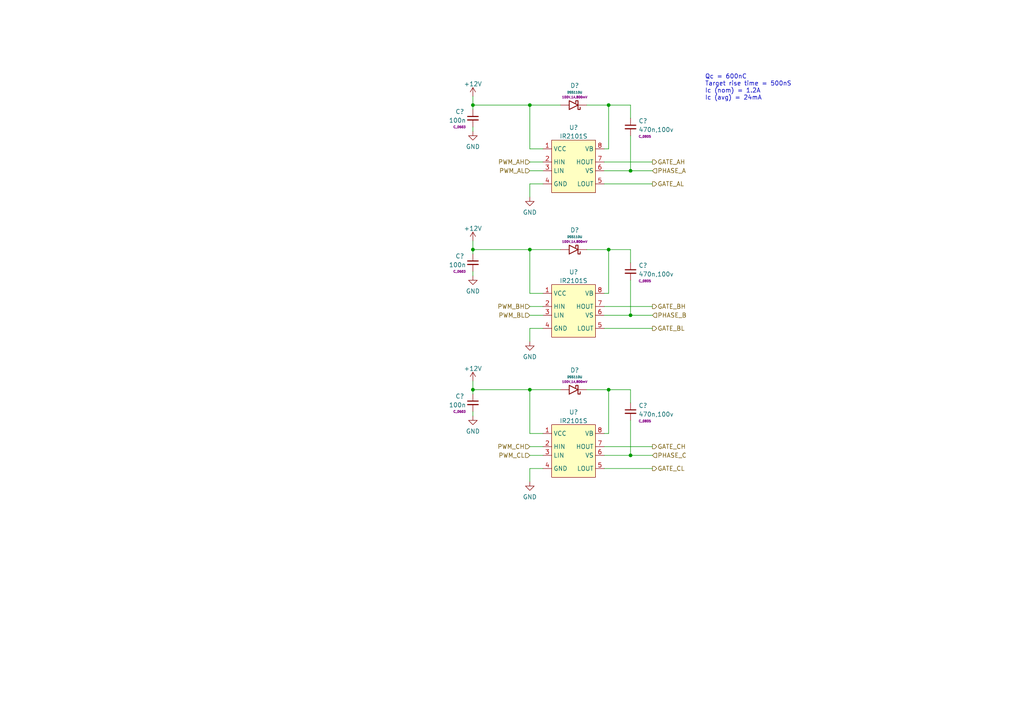
<source format=kicad_sch>
(kicad_sch (version 20211123) (generator eeschema)

  (uuid edc1f04c-71bb-4f1f-836c-f7c083790bbb)

  (paper "A4")

  (lib_symbols
    (symbol "C_Capacitor:C_0603" (pin_numbers hide) (pin_names (offset 1.016)) (in_bom yes) (on_board yes)
      (property "Reference" "C" (id 0) (at 3.175 1.905 0)
        (effects (font (size 1.27 1.27)))
      )
      (property "Value" "C_0603" (id 1) (at 5.715 0 0)
        (effects (font (size 1.27 1.27)))
      )
      (property "Footprint" "C_Capacitor:C_0603" (id 2) (at -3.175 0 90)
        (effects (font (size 1.27 1.27)) hide)
      )
      (property "Datasheet" "" (id 3) (at 2.54 2.54 0)
        (effects (font (size 1.27 1.27)) hide)
      )
      (property "Size" "C_0603" (id 4) (at 4.445 -1.905 0)
        (effects (font (size 0.635 0.635)))
      )
      (symbol "C_0603_1_1"
        (polyline
          (pts
            (xy -1.524 -0.508)
            (xy 1.524 -0.508)
          )
          (stroke (width 0.3302) (type default) (color 0 0 0 0))
          (fill (type none))
        )
        (polyline
          (pts
            (xy -1.524 0.508)
            (xy 1.524 0.508)
          )
          (stroke (width 0.3048) (type default) (color 0 0 0 0))
          (fill (type none))
        )
        (pin passive line (at 0 2.54 270) (length 2.032)
          (name "~" (effects (font (size 1.27 1.27))))
          (number "1" (effects (font (size 1.27 1.27))))
        )
        (pin passive line (at 0 -2.54 90) (length 2.032)
          (name "~" (effects (font (size 1.27 1.27))))
          (number "2" (effects (font (size 1.27 1.27))))
        )
      )
    )
    (symbol "C_Capacitor:C_0805" (pin_numbers hide) (pin_names (offset 1.016)) (in_bom yes) (on_board yes)
      (property "Reference" "C" (id 0) (at 3.175 1.905 0)
        (effects (font (size 1.27 1.27)))
      )
      (property "Value" "C_0805" (id 1) (at 5.715 0 0)
        (effects (font (size 1.27 1.27)))
      )
      (property "Footprint" "C_Capacitor:C_0805" (id 2) (at -3.175 0 90)
        (effects (font (size 1.27 1.27)) hide)
      )
      (property "Datasheet" "" (id 3) (at 2.54 2.54 0)
        (effects (font (size 1.27 1.27)) hide)
      )
      (property "Size" "C_0805" (id 4) (at 4.445 -1.905 0)
        (effects (font (size 0.635 0.635)))
      )
      (symbol "C_0805_1_1"
        (polyline
          (pts
            (xy -1.524 -0.508)
            (xy 1.524 -0.508)
          )
          (stroke (width 0.3302) (type default) (color 0 0 0 0))
          (fill (type none))
        )
        (polyline
          (pts
            (xy -1.524 0.508)
            (xy 1.524 0.508)
          )
          (stroke (width 0.3048) (type default) (color 0 0 0 0))
          (fill (type none))
        )
        (pin passive line (at 0 2.54 270) (length 2.032)
          (name "~" (effects (font (size 1.27 1.27))))
          (number "1" (effects (font (size 1.27 1.27))))
        )
        (pin passive line (at 0 -2.54 90) (length 2.032)
          (name "~" (effects (font (size 1.27 1.27))))
          (number "2" (effects (font (size 1.27 1.27))))
        )
      )
    )
    (symbol "D_Diode:DSS110U" (pin_numbers hide) (pin_names (offset 1.016) hide) (in_bom yes) (on_board yes)
      (property "Reference" "D" (id 0) (at -1.27 3.175 0)
        (effects (font (size 1.27 1.27)))
      )
      (property "Value" "DSS110U" (id 1) (at 0.635 -2.54 0)
        (effects (font (size 0.635 0.635)))
      )
      (property "Footprint" "D_Diode:D_SOD_123" (id 2) (at 0.635 -5.715 0)
        (effects (font (size 1.27 1.27)) hide)
      )
      (property "Datasheet" "https://www.smc-diodes.com/propdf/DSS12U%20THRU%20DSS125U%20N1873%20REV.A.pdf" (id 3) (at -1.27 -7.62 0)
        (effects (font (size 1.27 1.27)) hide)
      )
      (property "Params" "100V,1A,800mV" (id 4) (at 0.635 -3.81 0)
        (effects (font (size 0.635 0.635)))
      )
      (property "ki_keywords" "DIODE SCHOTTKY 100V 1A SOD123FL" (id 5) (at 0 0 0)
        (effects (font (size 1.27 1.27)) hide)
      )
      (property "ki_description" "DIODE SCHOTTKY 100V 1A SOD123FL" (id 6) (at 0 0 0)
        (effects (font (size 1.27 1.27)) hide)
      )
      (symbol "DSS110U_1_1"
        (polyline
          (pts
            (xy 1.27 1.27)
            (xy 1.27 -1.27)
            (xy -1.27 0)
            (xy 1.27 1.27)
          )
          (stroke (width 0.254) (type default) (color 0 0 0 0))
          (fill (type none))
        )
        (polyline
          (pts
            (xy -1.905 0.635)
            (xy -1.905 1.27)
            (xy -1.27 1.27)
            (xy -1.27 -1.27)
            (xy -0.635 -1.27)
            (xy -0.635 -0.635)
          )
          (stroke (width 0.254) (type default) (color 0 0 0 0))
          (fill (type none))
        )
        (pin passive line (at -3.81 0 0) (length 2.54)
          (name "~" (effects (font (size 1.27 1.27))))
          (number "1" (effects (font (size 1.27 1.27))))
        )
        (pin passive line (at 3.81 0 180) (length 2.54)
          (name "~" (effects (font (size 1.27 1.27))))
          (number "2" (effects (font (size 1.27 1.27))))
        )
      )
    )
    (symbol "U_Driver:IR2101S" (in_bom yes) (on_board yes)
      (property "Reference" "U" (id 0) (at -3.81 8.89 0)
        (effects (font (size 1.27 1.27)))
      )
      (property "Value" "IR2101S" (id 1) (at 0 -8.89 0)
        (effects (font (size 1.27 1.27)))
      )
      (property "Footprint" "U_IC:SOIC_8" (id 2) (at 0 -11.43 0)
        (effects (font (size 1.27 1.27)) hide)
      )
      (property "Datasheet" "https://rocelec.widen.net/view/pdf/l0ksvgwrdh/IRSDS17613-1.pdf?t.download=true&u=5oefqw" (id 3) (at 0 -13.97 0)
        (effects (font (size 1.27 1.27)) hide)
      )
      (property "ki_keywords" "IC GATE DRVR HALF-BRIDGE 8SOIC" (id 4) (at 0 0 0)
        (effects (font (size 1.27 1.27)) hide)
      )
      (property "ki_description" "IC GATE DRVR HALF-BRIDGE 8SOIC" (id 5) (at 0 0 0)
        (effects (font (size 1.27 1.27)) hide)
      )
      (symbol "IR2101S_0_1"
        (rectangle (start -6.35 7.62) (end 6.35 -7.62)
          (stroke (width 0.1524) (type default) (color 0 0 0 0))
          (fill (type background))
        )
      )
      (symbol "IR2101S_1_1"
        (pin power_in line (at -8.89 5.08 0) (length 2.54)
          (name "VCC" (effects (font (size 1.27 1.27))))
          (number "1" (effects (font (size 1.27 1.27))))
        )
        (pin input line (at -8.89 1.27 0) (length 2.54)
          (name "HIN" (effects (font (size 1.27 1.27))))
          (number "2" (effects (font (size 1.27 1.27))))
        )
        (pin input line (at -8.89 -1.27 0) (length 2.54)
          (name "LIN" (effects (font (size 1.27 1.27))))
          (number "3" (effects (font (size 1.27 1.27))))
        )
        (pin power_in line (at -8.89 -5.08 0) (length 2.54)
          (name "GND" (effects (font (size 1.27 1.27))))
          (number "4" (effects (font (size 1.27 1.27))))
        )
        (pin output line (at 8.89 -5.08 180) (length 2.54)
          (name "LOUT" (effects (font (size 1.27 1.27))))
          (number "5" (effects (font (size 1.27 1.27))))
        )
        (pin input line (at 8.89 -1.27 180) (length 2.54)
          (name "VS" (effects (font (size 1.27 1.27))))
          (number "6" (effects (font (size 1.27 1.27))))
        )
        (pin output line (at 8.89 1.27 180) (length 2.54)
          (name "HOUT" (effects (font (size 1.27 1.27))))
          (number "7" (effects (font (size 1.27 1.27))))
        )
        (pin power_in line (at 8.89 5.08 180) (length 2.54)
          (name "VB" (effects (font (size 1.27 1.27))))
          (number "8" (effects (font (size 1.27 1.27))))
        )
      )
    )
    (symbol "power:+12V" (power) (pin_names (offset 0)) (in_bom yes) (on_board yes)
      (property "Reference" "#PWR" (id 0) (at 0 -3.81 0)
        (effects (font (size 1.27 1.27)) hide)
      )
      (property "Value" "+12V" (id 1) (at 0 3.556 0)
        (effects (font (size 1.27 1.27)))
      )
      (property "Footprint" "" (id 2) (at 0 0 0)
        (effects (font (size 1.27 1.27)) hide)
      )
      (property "Datasheet" "" (id 3) (at 0 0 0)
        (effects (font (size 1.27 1.27)) hide)
      )
      (property "ki_keywords" "power-flag" (id 4) (at 0 0 0)
        (effects (font (size 1.27 1.27)) hide)
      )
      (property "ki_description" "Power symbol creates a global label with name \"+12V\"" (id 5) (at 0 0 0)
        (effects (font (size 1.27 1.27)) hide)
      )
      (symbol "+12V_0_1"
        (polyline
          (pts
            (xy -0.762 1.27)
            (xy 0 2.54)
          )
          (stroke (width 0) (type default) (color 0 0 0 0))
          (fill (type none))
        )
        (polyline
          (pts
            (xy 0 0)
            (xy 0 2.54)
          )
          (stroke (width 0) (type default) (color 0 0 0 0))
          (fill (type none))
        )
        (polyline
          (pts
            (xy 0 2.54)
            (xy 0.762 1.27)
          )
          (stroke (width 0) (type default) (color 0 0 0 0))
          (fill (type none))
        )
      )
      (symbol "+12V_1_1"
        (pin power_in line (at 0 0 90) (length 0) hide
          (name "+12V" (effects (font (size 1.27 1.27))))
          (number "1" (effects (font (size 1.27 1.27))))
        )
      )
    )
    (symbol "power:GND" (power) (pin_names (offset 0)) (in_bom yes) (on_board yes)
      (property "Reference" "#PWR" (id 0) (at 0 -6.35 0)
        (effects (font (size 1.27 1.27)) hide)
      )
      (property "Value" "GND" (id 1) (at 0 -3.81 0)
        (effects (font (size 1.27 1.27)))
      )
      (property "Footprint" "" (id 2) (at 0 0 0)
        (effects (font (size 1.27 1.27)) hide)
      )
      (property "Datasheet" "" (id 3) (at 0 0 0)
        (effects (font (size 1.27 1.27)) hide)
      )
      (property "ki_keywords" "power-flag" (id 4) (at 0 0 0)
        (effects (font (size 1.27 1.27)) hide)
      )
      (property "ki_description" "Power symbol creates a global label with name \"GND\" , ground" (id 5) (at 0 0 0)
        (effects (font (size 1.27 1.27)) hide)
      )
      (symbol "GND_0_1"
        (polyline
          (pts
            (xy 0 0)
            (xy 0 -1.27)
            (xy 1.27 -1.27)
            (xy 0 -2.54)
            (xy -1.27 -1.27)
            (xy 0 -1.27)
          )
          (stroke (width 0) (type default) (color 0 0 0 0))
          (fill (type none))
        )
      )
      (symbol "GND_1_1"
        (pin power_in line (at 0 0 270) (length 0) hide
          (name "GND" (effects (font (size 1.27 1.27))))
          (number "1" (effects (font (size 1.27 1.27))))
        )
      )
    )
  )

  (junction (at 176.53 72.39) (diameter 0) (color 0 0 0 0)
    (uuid 01cdad36-1c0a-43ec-8315-f26d9894e13c)
  )
  (junction (at 176.53 30.48) (diameter 0) (color 0 0 0 0)
    (uuid 06684076-fc68-4c77-b631-7e766d8018f6)
  )
  (junction (at 137.16 72.39) (diameter 0) (color 0 0 0 0)
    (uuid 387f1502-5a05-43b0-b4fc-4d80797523b4)
  )
  (junction (at 137.16 30.48) (diameter 0) (color 0 0 0 0)
    (uuid 4a9a6a85-2854-4822-a4f9-1b2e3ba8b316)
  )
  (junction (at 153.67 72.39) (diameter 0) (color 0 0 0 0)
    (uuid 59d564c0-5be0-47c1-928f-8bb0c4577822)
  )
  (junction (at 153.67 30.48) (diameter 0) (color 0 0 0 0)
    (uuid 80cd4c21-02a4-4bd0-a6cb-33d158f832fc)
  )
  (junction (at 153.67 113.03) (diameter 0) (color 0 0 0 0)
    (uuid 8e2088be-38de-4073-b495-d35fe98b2bb0)
  )
  (junction (at 176.53 113.03) (diameter 0) (color 0 0 0 0)
    (uuid a545638a-13f3-432d-a23e-996aa1d75ea5)
  )
  (junction (at 137.16 113.03) (diameter 0) (color 0 0 0 0)
    (uuid b0dcaab3-4645-42dc-8d92-f3fc5aa099bc)
  )
  (junction (at 182.88 132.08) (diameter 0) (color 0 0 0 0)
    (uuid c06427d6-1f4c-43aa-b773-1637548021f9)
  )
  (junction (at 182.88 91.44) (diameter 0) (color 0 0 0 0)
    (uuid c6ecc321-505a-4237-86b2-ad754ca01331)
  )
  (junction (at 182.88 49.53) (diameter 0) (color 0 0 0 0)
    (uuid c9fca1d4-2805-4088-b035-11c1df6094a4)
  )

  (wire (pts (xy 175.26 132.08) (xy 182.88 132.08))
    (stroke (width 0) (type default) (color 0 0 0 0))
    (uuid 021d5411-ee6d-4131-bc59-2cc619c8e131)
  )
  (wire (pts (xy 153.67 95.25) (xy 157.48 95.25))
    (stroke (width 0) (type default) (color 0 0 0 0))
    (uuid 02b3dfeb-35fe-439d-9682-d8854c261d44)
  )
  (wire (pts (xy 176.53 30.48) (xy 182.88 30.48))
    (stroke (width 0) (type default) (color 0 0 0 0))
    (uuid 0665bbde-8d00-4a93-a506-7e9a87122646)
  )
  (wire (pts (xy 153.67 88.9) (xy 157.48 88.9))
    (stroke (width 0) (type default) (color 0 0 0 0))
    (uuid 09fe783e-d7e8-44fa-93f9-cf9f386a581e)
  )
  (wire (pts (xy 182.88 132.08) (xy 182.88 121.92))
    (stroke (width 0) (type default) (color 0 0 0 0))
    (uuid 0fe92ed2-16b5-4b9f-9610-c9a37a1ddf79)
  )
  (wire (pts (xy 175.26 95.25) (xy 189.23 95.25))
    (stroke (width 0) (type default) (color 0 0 0 0))
    (uuid 1d73b397-400b-43bb-86e5-f5c3f1e2aa4c)
  )
  (wire (pts (xy 182.88 132.08) (xy 189.23 132.08))
    (stroke (width 0) (type default) (color 0 0 0 0))
    (uuid 1fb346b2-f04c-4ec0-82f0-d155c3288748)
  )
  (wire (pts (xy 176.53 113.03) (xy 182.88 113.03))
    (stroke (width 0) (type default) (color 0 0 0 0))
    (uuid 249ec057-ed8a-4507-94fd-3613fd9129c8)
  )
  (wire (pts (xy 176.53 125.73) (xy 176.53 113.03))
    (stroke (width 0) (type default) (color 0 0 0 0))
    (uuid 2b8037dd-41cd-4e6a-b62c-c16a2c86388f)
  )
  (wire (pts (xy 175.26 135.89) (xy 189.23 135.89))
    (stroke (width 0) (type default) (color 0 0 0 0))
    (uuid 3123937e-19f1-47d9-9ed3-846beeff6263)
  )
  (wire (pts (xy 153.67 30.48) (xy 162.56 30.48))
    (stroke (width 0) (type default) (color 0 0 0 0))
    (uuid 33523fde-252c-4c23-a867-3dd6645c2748)
  )
  (wire (pts (xy 137.16 27.94) (xy 137.16 30.48))
    (stroke (width 0) (type default) (color 0 0 0 0))
    (uuid 33ac6e64-8f8d-4e8d-b596-839b11b3d91d)
  )
  (wire (pts (xy 137.16 113.03) (xy 153.67 113.03))
    (stroke (width 0) (type default) (color 0 0 0 0))
    (uuid 40bb70b3-3b0a-42aa-aabf-7377149c60a0)
  )
  (wire (pts (xy 153.67 85.09) (xy 153.67 72.39))
    (stroke (width 0) (type default) (color 0 0 0 0))
    (uuid 435bd02e-6ea1-414d-8897-41d047a5f4e3)
  )
  (wire (pts (xy 175.26 85.09) (xy 176.53 85.09))
    (stroke (width 0) (type default) (color 0 0 0 0))
    (uuid 4399aa32-588b-4a1b-93ed-bdfd0f43b8d2)
  )
  (wire (pts (xy 170.18 113.03) (xy 176.53 113.03))
    (stroke (width 0) (type default) (color 0 0 0 0))
    (uuid 503dc315-bce5-47f4-97db-cb7e01b9cc4f)
  )
  (wire (pts (xy 137.16 72.39) (xy 153.67 72.39))
    (stroke (width 0) (type default) (color 0 0 0 0))
    (uuid 511b5f5b-64e1-4d0e-abb7-5a9ef1a5a74d)
  )
  (wire (pts (xy 175.26 46.99) (xy 189.23 46.99))
    (stroke (width 0) (type default) (color 0 0 0 0))
    (uuid 54b46cc0-7b52-415c-970e-733c7a2d932b)
  )
  (wire (pts (xy 182.88 91.44) (xy 182.88 81.28))
    (stroke (width 0) (type default) (color 0 0 0 0))
    (uuid 5634e1eb-af60-4245-ae9a-db69f933a079)
  )
  (wire (pts (xy 182.88 49.53) (xy 189.23 49.53))
    (stroke (width 0) (type default) (color 0 0 0 0))
    (uuid 5b1ddc53-69eb-4ca0-8ee2-a30390f4759f)
  )
  (wire (pts (xy 137.16 119.38) (xy 137.16 120.65))
    (stroke (width 0) (type default) (color 0 0 0 0))
    (uuid 5e24e306-20a2-444a-9265-5b254ec3e0b8)
  )
  (wire (pts (xy 137.16 110.49) (xy 137.16 113.03))
    (stroke (width 0) (type default) (color 0 0 0 0))
    (uuid 5e6d517a-1ff3-4c98-baa2-1f5ef8d93ea7)
  )
  (wire (pts (xy 176.53 43.18) (xy 176.53 30.48))
    (stroke (width 0) (type default) (color 0 0 0 0))
    (uuid 641d96e2-8051-43da-94e0-23c943010e89)
  )
  (wire (pts (xy 153.67 132.08) (xy 157.48 132.08))
    (stroke (width 0) (type default) (color 0 0 0 0))
    (uuid 68d40d5e-e4c9-45ec-b35c-0dbd9736ee85)
  )
  (wire (pts (xy 153.67 85.09) (xy 157.48 85.09))
    (stroke (width 0) (type default) (color 0 0 0 0))
    (uuid 6a4ed407-1814-4a1a-8cbf-3178c0e749b6)
  )
  (wire (pts (xy 182.88 34.29) (xy 182.88 30.48))
    (stroke (width 0) (type default) (color 0 0 0 0))
    (uuid 6adb98d7-876f-40f4-a9ff-649513e231aa)
  )
  (wire (pts (xy 153.67 72.39) (xy 162.56 72.39))
    (stroke (width 0) (type default) (color 0 0 0 0))
    (uuid 6e60b5a2-a257-4788-b353-570536886bed)
  )
  (wire (pts (xy 137.16 69.85) (xy 137.16 72.39))
    (stroke (width 0) (type default) (color 0 0 0 0))
    (uuid 6e9219da-1503-4fd8-b105-f789484c57a2)
  )
  (wire (pts (xy 153.67 135.89) (xy 157.48 135.89))
    (stroke (width 0) (type default) (color 0 0 0 0))
    (uuid 7a18ab64-1ffd-42d5-b40c-3ab7dba3e59a)
  )
  (wire (pts (xy 153.67 113.03) (xy 162.56 113.03))
    (stroke (width 0) (type default) (color 0 0 0 0))
    (uuid 7a22c05b-9c46-40ac-9daa-ce43fcc3f36d)
  )
  (wire (pts (xy 137.16 72.39) (xy 137.16 73.66))
    (stroke (width 0) (type default) (color 0 0 0 0))
    (uuid 7a552a76-5b16-4ec0-9fc6-9d3701ee3956)
  )
  (wire (pts (xy 153.67 139.7) (xy 153.67 135.89))
    (stroke (width 0) (type default) (color 0 0 0 0))
    (uuid 7d7cb88a-233a-4d8a-87c5-7aa58fe9036a)
  )
  (wire (pts (xy 137.16 78.74) (xy 137.16 80.01))
    (stroke (width 0) (type default) (color 0 0 0 0))
    (uuid 7f70b207-cbe5-445a-a785-0420e29d3dbd)
  )
  (wire (pts (xy 175.26 125.73) (xy 176.53 125.73))
    (stroke (width 0) (type default) (color 0 0 0 0))
    (uuid 804a7891-9cd8-47ed-9ef9-96646a88b65f)
  )
  (wire (pts (xy 153.67 57.15) (xy 153.67 53.34))
    (stroke (width 0) (type default) (color 0 0 0 0))
    (uuid 82742097-a377-4413-87d9-709330e7f5aa)
  )
  (wire (pts (xy 175.26 49.53) (xy 182.88 49.53))
    (stroke (width 0) (type default) (color 0 0 0 0))
    (uuid 8a81725e-64f9-4d24-99ae-f712fef2768a)
  )
  (wire (pts (xy 175.26 88.9) (xy 189.23 88.9))
    (stroke (width 0) (type default) (color 0 0 0 0))
    (uuid 8f79dde2-f564-44d3-8cbf-486075e1d2f0)
  )
  (wire (pts (xy 153.67 99.06) (xy 153.67 95.25))
    (stroke (width 0) (type default) (color 0 0 0 0))
    (uuid 919a1a4d-fd16-40aa-aea8-3af1832941be)
  )
  (wire (pts (xy 176.53 85.09) (xy 176.53 72.39))
    (stroke (width 0) (type default) (color 0 0 0 0))
    (uuid a06cc05b-bd50-4690-ae36-316b3530e59c)
  )
  (wire (pts (xy 153.67 53.34) (xy 157.48 53.34))
    (stroke (width 0) (type default) (color 0 0 0 0))
    (uuid a3537a19-6a7a-429a-95f7-828d33b15426)
  )
  (wire (pts (xy 137.16 36.83) (xy 137.16 38.1))
    (stroke (width 0) (type default) (color 0 0 0 0))
    (uuid a71cb8e5-c277-45e0-8529-b94885d020a2)
  )
  (wire (pts (xy 153.67 129.54) (xy 157.48 129.54))
    (stroke (width 0) (type default) (color 0 0 0 0))
    (uuid aa2af5de-2b88-40e2-8b36-cdaab8344ce5)
  )
  (wire (pts (xy 137.16 30.48) (xy 137.16 31.75))
    (stroke (width 0) (type default) (color 0 0 0 0))
    (uuid aa899e7f-e531-42cd-bbf3-74c24c33e08f)
  )
  (wire (pts (xy 182.88 116.84) (xy 182.88 113.03))
    (stroke (width 0) (type default) (color 0 0 0 0))
    (uuid aac7c78b-1f2b-4344-b904-a7cb568b50a8)
  )
  (wire (pts (xy 153.67 46.99) (xy 157.48 46.99))
    (stroke (width 0) (type default) (color 0 0 0 0))
    (uuid abb1ff40-fef3-4236-ae58-03e01c3784ce)
  )
  (wire (pts (xy 153.67 43.18) (xy 153.67 30.48))
    (stroke (width 0) (type default) (color 0 0 0 0))
    (uuid adbdfefd-cf08-4ac4-b975-d0198eb56b0f)
  )
  (wire (pts (xy 182.88 91.44) (xy 189.23 91.44))
    (stroke (width 0) (type default) (color 0 0 0 0))
    (uuid afdeae68-9e93-4095-9031-2d4c728d1f8f)
  )
  (wire (pts (xy 170.18 30.48) (xy 176.53 30.48))
    (stroke (width 0) (type default) (color 0 0 0 0))
    (uuid bde8d537-4496-4546-983a-23a7ea6f54f8)
  )
  (wire (pts (xy 175.26 129.54) (xy 189.23 129.54))
    (stroke (width 0) (type default) (color 0 0 0 0))
    (uuid d254d90a-27fa-409e-8807-2460ee3db838)
  )
  (wire (pts (xy 182.88 76.2) (xy 182.88 72.39))
    (stroke (width 0) (type default) (color 0 0 0 0))
    (uuid d36908b8-16bc-419e-ac37-bfb214147349)
  )
  (wire (pts (xy 175.26 43.18) (xy 176.53 43.18))
    (stroke (width 0) (type default) (color 0 0 0 0))
    (uuid d3f5c9cd-226c-4768-9a81-5a1f65ebd634)
  )
  (wire (pts (xy 137.16 113.03) (xy 137.16 114.3))
    (stroke (width 0) (type default) (color 0 0 0 0))
    (uuid d896abb2-3d5e-44e2-965a-3e1ae5675352)
  )
  (wire (pts (xy 175.26 53.34) (xy 189.23 53.34))
    (stroke (width 0) (type default) (color 0 0 0 0))
    (uuid da75d711-4322-43e4-b8e0-4631eadbe3a6)
  )
  (wire (pts (xy 182.88 49.53) (xy 182.88 39.37))
    (stroke (width 0) (type default) (color 0 0 0 0))
    (uuid db705812-25d7-4532-80d0-1b62868f4411)
  )
  (wire (pts (xy 137.16 30.48) (xy 153.67 30.48))
    (stroke (width 0) (type default) (color 0 0 0 0))
    (uuid e7b79de8-4a80-4cfc-884d-56dab0556e76)
  )
  (wire (pts (xy 153.67 125.73) (xy 153.67 113.03))
    (stroke (width 0) (type default) (color 0 0 0 0))
    (uuid e80d9e43-8b3f-4b19-ab81-8692167cf1ef)
  )
  (wire (pts (xy 175.26 91.44) (xy 182.88 91.44))
    (stroke (width 0) (type default) (color 0 0 0 0))
    (uuid e838cf99-b87d-49c7-a100-7c5ce8516cb6)
  )
  (wire (pts (xy 170.18 72.39) (xy 176.53 72.39))
    (stroke (width 0) (type default) (color 0 0 0 0))
    (uuid e8ed6190-a15e-474a-9a88-10154b0d3723)
  )
  (wire (pts (xy 153.67 125.73) (xy 157.48 125.73))
    (stroke (width 0) (type default) (color 0 0 0 0))
    (uuid edbbf97c-6e0b-48d1-8dd7-ebdec86a2e66)
  )
  (wire (pts (xy 153.67 49.53) (xy 157.48 49.53))
    (stroke (width 0) (type default) (color 0 0 0 0))
    (uuid eec73402-2bfc-4b20-994f-0930f46584c9)
  )
  (wire (pts (xy 153.67 91.44) (xy 157.48 91.44))
    (stroke (width 0) (type default) (color 0 0 0 0))
    (uuid f5f1e18a-3a7d-401a-adc4-1e36935134d7)
  )
  (wire (pts (xy 153.67 43.18) (xy 157.48 43.18))
    (stroke (width 0) (type default) (color 0 0 0 0))
    (uuid fa243578-2c49-40bb-992e-0d5852f83058)
  )
  (wire (pts (xy 176.53 72.39) (xy 182.88 72.39))
    (stroke (width 0) (type default) (color 0 0 0 0))
    (uuid fe054856-235f-458a-9673-949a59c1a066)
  )

  (text "Qc = 600nC\nTarget rise time = 500nS\nIc (nom) = 1.2A\nIc (avg) = 24mA"
    (at 204.47 29.21 0)
    (effects (font (size 1.27 1.27)) (justify left bottom))
    (uuid d6dce5bc-00fd-4c7a-9f5b-667ad95200ab)
  )

  (hierarchical_label "PWM_AL" (shape input) (at 153.67 49.53 180)
    (effects (font (size 1.27 1.27)) (justify right))
    (uuid 05d4a4f9-9cb3-4a2b-8301-fd6402cb5a73)
  )
  (hierarchical_label "PHASE_B" (shape input) (at 189.23 91.44 0)
    (effects (font (size 1.27 1.27)) (justify left))
    (uuid 1ea4f636-033d-4b6e-b334-5a1021d75cb0)
  )
  (hierarchical_label "PWM_BL" (shape input) (at 153.67 91.44 180)
    (effects (font (size 1.27 1.27)) (justify right))
    (uuid 232ec0f9-f0e7-49be-801f-c6eaa5d9e6d1)
  )
  (hierarchical_label "GATE_AL" (shape output) (at 189.23 53.34 0)
    (effects (font (size 1.27 1.27)) (justify left))
    (uuid 2bb2079c-2dcc-424c-bf33-3695d0a12dc4)
  )
  (hierarchical_label "PHASE_A" (shape input) (at 189.23 49.53 0)
    (effects (font (size 1.27 1.27)) (justify left))
    (uuid 371e6a75-b6ec-4548-80a1-06526ce71db8)
  )
  (hierarchical_label "GATE_CH" (shape output) (at 189.23 129.54 0)
    (effects (font (size 1.27 1.27)) (justify left))
    (uuid 4375b4b5-e7d3-4b33-8dc8-6ec2b98c350b)
  )
  (hierarchical_label "GATE_BH" (shape output) (at 189.23 88.9 0)
    (effects (font (size 1.27 1.27)) (justify left))
    (uuid 5e89476c-4771-4008-9d2f-e5fa86f74470)
  )
  (hierarchical_label "PHASE_C" (shape input) (at 189.23 132.08 0)
    (effects (font (size 1.27 1.27)) (justify left))
    (uuid 6032714f-03ee-40c5-bcda-f458ba157dbb)
  )
  (hierarchical_label "GATE_BL" (shape output) (at 189.23 95.25 0)
    (effects (font (size 1.27 1.27)) (justify left))
    (uuid 65217791-a994-4860-8538-a89ac94d3bca)
  )
  (hierarchical_label "PWM_CH" (shape input) (at 153.67 129.54 180)
    (effects (font (size 1.27 1.27)) (justify right))
    (uuid 7d1864c9-22a9-4f55-8a94-cc7c882f5cc7)
  )
  (hierarchical_label "PWM_CL" (shape input) (at 153.67 132.08 180)
    (effects (font (size 1.27 1.27)) (justify right))
    (uuid a3bc272e-6fb1-405d-bea6-6891aae94f86)
  )
  (hierarchical_label "GATE_CL" (shape output) (at 189.23 135.89 0)
    (effects (font (size 1.27 1.27)) (justify left))
    (uuid b713d733-3ac9-4bee-b47d-4068799d6853)
  )
  (hierarchical_label "PWM_AH" (shape input) (at 153.67 46.99 180)
    (effects (font (size 1.27 1.27)) (justify right))
    (uuid efcd45cb-05a7-4698-a2b5-286742968355)
  )
  (hierarchical_label "GATE_AH" (shape output) (at 189.23 46.99 0)
    (effects (font (size 1.27 1.27)) (justify left))
    (uuid fc181638-8da3-4b53-8899-df6313e53fff)
  )
  (hierarchical_label "PWM_BH" (shape input) (at 153.67 88.9 180)
    (effects (font (size 1.27 1.27)) (justify right))
    (uuid ff436d9c-1e85-4c92-a2b5-e40d99777b70)
  )

  (symbol (lib_id "power:+12V") (at 137.16 27.94 0) (unit 1)
    (in_bom yes) (on_board yes) (fields_autoplaced)
    (uuid 07f3275d-86ef-4ed3-944e-c0d3f995ebef)
    (property "Reference" "#PWR?" (id 0) (at 137.16 31.75 0)
      (effects (font (size 1.27 1.27)) hide)
    )
    (property "Value" "+12V" (id 1) (at 137.16 24.3642 0))
    (property "Footprint" "" (id 2) (at 137.16 27.94 0)
      (effects (font (size 1.27 1.27)) hide)
    )
    (property "Datasheet" "" (id 3) (at 137.16 27.94 0)
      (effects (font (size 1.27 1.27)) hide)
    )
    (pin "1" (uuid 853fd221-f479-4f06-8190-b0cdca0be350))
  )

  (symbol (lib_id "C_Capacitor:C_0603") (at 137.16 116.84 0) (unit 1)
    (in_bom yes) (on_board yes)
    (uuid 08f6fea7-bd06-41a0-8b08-7a0295d6d9ac)
    (property "Reference" "C?" (id 0) (at 132.08 114.935 0)
      (effects (font (size 1.27 1.27)) (justify left))
    )
    (property "Value" "100n" (id 1) (at 130.175 117.475 0)
      (effects (font (size 1.27 1.27)) (justify left))
    )
    (property "Footprint" "C_Capacitor:C_0603" (id 2) (at 133.985 116.84 90)
      (effects (font (size 1.27 1.27)) hide)
    )
    (property "Datasheet" "" (id 3) (at 139.7 114.3 0)
      (effects (font (size 1.27 1.27)) hide)
    )
    (property "Size" "C_0603" (id 4) (at 131.445 119.38 0)
      (effects (font (size 0.635 0.635)) (justify left))
    )
    (pin "1" (uuid 70242375-1cb3-4e96-b7d8-5c95ea38fe12))
    (pin "2" (uuid ac20a8ab-6737-404e-a2a7-cbafd2d9468d))
  )

  (symbol (lib_id "C_Capacitor:C_0805") (at 182.88 78.74 0) (unit 1)
    (in_bom yes) (on_board yes) (fields_autoplaced)
    (uuid 118ee840-b1ea-49e5-a3ff-573e1d699e15)
    (property "Reference" "C?" (id 0) (at 185.2041 76.997 0)
      (effects (font (size 1.27 1.27)) (justify left))
    )
    (property "Value" "470n,100v" (id 1) (at 185.2041 79.5339 0)
      (effects (font (size 1.27 1.27)) (justify left))
    )
    (property "Footprint" "C_Capacitor:C_0805" (id 2) (at 179.705 78.74 90)
      (effects (font (size 1.27 1.27)) hide)
    )
    (property "Datasheet" "" (id 3) (at 185.42 76.2 0)
      (effects (font (size 1.27 1.27)) hide)
    )
    (property "Size" "C_0805" (id 4) (at 185.2041 81.5002 0)
      (effects (font (size 0.635 0.635)) (justify left))
    )
    (pin "1" (uuid d56e86e3-a4cd-445c-9cd5-0ff808195e6a))
    (pin "2" (uuid dad3982a-6752-4c06-9112-d37868c0d219))
  )

  (symbol (lib_id "C_Capacitor:C_0603") (at 137.16 34.29 0) (unit 1)
    (in_bom yes) (on_board yes)
    (uuid 3f5933d6-3a91-4630-9e18-3c9da446fb2d)
    (property "Reference" "C?" (id 0) (at 132.08 32.385 0)
      (effects (font (size 1.27 1.27)) (justify left))
    )
    (property "Value" "100n" (id 1) (at 130.175 34.925 0)
      (effects (font (size 1.27 1.27)) (justify left))
    )
    (property "Footprint" "C_Capacitor:C_0603" (id 2) (at 133.985 34.29 90)
      (effects (font (size 1.27 1.27)) hide)
    )
    (property "Datasheet" "" (id 3) (at 139.7 31.75 0)
      (effects (font (size 1.27 1.27)) hide)
    )
    (property "Size" "C_0603" (id 4) (at 131.445 36.83 0)
      (effects (font (size 0.635 0.635)) (justify left))
    )
    (pin "1" (uuid e250ba81-c150-49c0-aef3-ccc3ee4c28c3))
    (pin "2" (uuid 63af4f50-cd2a-49cc-ba93-52488642c0e5))
  )

  (symbol (lib_id "power:GND") (at 153.67 139.7 0) (unit 1)
    (in_bom yes) (on_board yes) (fields_autoplaced)
    (uuid 4186c283-aa94-463d-9505-ec3c7b126476)
    (property "Reference" "#PWR?" (id 0) (at 153.67 146.05 0)
      (effects (font (size 1.27 1.27)) hide)
    )
    (property "Value" "GND" (id 1) (at 153.67 144.1434 0))
    (property "Footprint" "" (id 2) (at 153.67 139.7 0)
      (effects (font (size 1.27 1.27)) hide)
    )
    (property "Datasheet" "" (id 3) (at 153.67 139.7 0)
      (effects (font (size 1.27 1.27)) hide)
    )
    (pin "1" (uuid 022f8dcd-d114-4baa-a786-0e819aee9ffe))
  )

  (symbol (lib_id "D_Diode:DSS110U") (at 166.37 72.39 180) (unit 1)
    (in_bom yes) (on_board yes) (fields_autoplaced)
    (uuid 54137463-8a48-4953-9390-cce9e3d9eae5)
    (property "Reference" "D?" (id 0) (at 166.6875 66.7322 0))
    (property "Value" "DSS110U" (id 1) (at 166.6875 68.6985 0)
      (effects (font (size 0.635 0.635)))
    )
    (property "Footprint" "D_Diode:D_SOD_123" (id 2) (at 165.735 66.675 0)
      (effects (font (size 1.27 1.27)) hide)
    )
    (property "Datasheet" "https://www.smc-diodes.com/propdf/DSS12U%20THRU%20DSS125U%20N1873%20REV.A.pdf" (id 3) (at 167.64 64.77 0)
      (effects (font (size 1.27 1.27)) hide)
    )
    (property "Params" "100V,1A,800mV" (id 4) (at 166.6875 70.0941 0)
      (effects (font (size 0.635 0.635)))
    )
    (pin "1" (uuid 149f8c65-e2eb-4ff6-a3bb-8cae254a44bc))
    (pin "2" (uuid 0d3d1dc5-4743-4516-98b4-d54547fefcfb))
  )

  (symbol (lib_id "power:GND") (at 153.67 57.15 0) (unit 1)
    (in_bom yes) (on_board yes) (fields_autoplaced)
    (uuid 5aa07994-b8a2-412e-bcf5-bd2a28139602)
    (property "Reference" "#PWR?" (id 0) (at 153.67 63.5 0)
      (effects (font (size 1.27 1.27)) hide)
    )
    (property "Value" "GND" (id 1) (at 153.67 61.5934 0))
    (property "Footprint" "" (id 2) (at 153.67 57.15 0)
      (effects (font (size 1.27 1.27)) hide)
    )
    (property "Datasheet" "" (id 3) (at 153.67 57.15 0)
      (effects (font (size 1.27 1.27)) hide)
    )
    (pin "1" (uuid 728920b2-23fd-41d6-be1a-a55d64541ce1))
  )

  (symbol (lib_id "C_Capacitor:C_0603") (at 137.16 76.2 0) (unit 1)
    (in_bom yes) (on_board yes)
    (uuid 5d55c524-e189-4912-a83e-164559ed9936)
    (property "Reference" "C?" (id 0) (at 132.08 74.295 0)
      (effects (font (size 1.27 1.27)) (justify left))
    )
    (property "Value" "100n" (id 1) (at 130.175 76.835 0)
      (effects (font (size 1.27 1.27)) (justify left))
    )
    (property "Footprint" "C_Capacitor:C_0603" (id 2) (at 133.985 76.2 90)
      (effects (font (size 1.27 1.27)) hide)
    )
    (property "Datasheet" "" (id 3) (at 139.7 73.66 0)
      (effects (font (size 1.27 1.27)) hide)
    )
    (property "Size" "C_0603" (id 4) (at 131.445 78.74 0)
      (effects (font (size 0.635 0.635)) (justify left))
    )
    (pin "1" (uuid ec2caa83-cbe2-434d-8372-7def45fb12cf))
    (pin "2" (uuid 88ec10c7-eecf-4f5d-9c20-d8038468b62e))
  )

  (symbol (lib_id "C_Capacitor:C_0805") (at 182.88 119.38 0) (unit 1)
    (in_bom yes) (on_board yes) (fields_autoplaced)
    (uuid 7bfbfa8a-0d80-46a1-b9b0-0d8302da1ea9)
    (property "Reference" "C?" (id 0) (at 185.2041 117.637 0)
      (effects (font (size 1.27 1.27)) (justify left))
    )
    (property "Value" "470n,100v" (id 1) (at 185.2041 120.1739 0)
      (effects (font (size 1.27 1.27)) (justify left))
    )
    (property "Footprint" "C_Capacitor:C_0805" (id 2) (at 179.705 119.38 90)
      (effects (font (size 1.27 1.27)) hide)
    )
    (property "Datasheet" "" (id 3) (at 185.42 116.84 0)
      (effects (font (size 1.27 1.27)) hide)
    )
    (property "Size" "C_0805" (id 4) (at 185.2041 122.1402 0)
      (effects (font (size 0.635 0.635)) (justify left))
    )
    (pin "1" (uuid 61097a4b-d06f-461f-9a89-b792ebf4261c))
    (pin "2" (uuid b5802404-4a3a-45e1-966c-b70a3136c070))
  )

  (symbol (lib_id "power:+12V") (at 137.16 110.49 0) (unit 1)
    (in_bom yes) (on_board yes) (fields_autoplaced)
    (uuid 89fe54f6-566a-4348-a30d-09d0a888e222)
    (property "Reference" "#PWR?" (id 0) (at 137.16 114.3 0)
      (effects (font (size 1.27 1.27)) hide)
    )
    (property "Value" "+12V" (id 1) (at 137.16 106.9142 0))
    (property "Footprint" "" (id 2) (at 137.16 110.49 0)
      (effects (font (size 1.27 1.27)) hide)
    )
    (property "Datasheet" "" (id 3) (at 137.16 110.49 0)
      (effects (font (size 1.27 1.27)) hide)
    )
    (pin "1" (uuid 364d60ff-a07b-4ced-b266-292c8093b0df))
  )

  (symbol (lib_id "power:GND") (at 137.16 120.65 0) (unit 1)
    (in_bom yes) (on_board yes) (fields_autoplaced)
    (uuid 977027f4-ab59-4ea7-b240-34fea622106b)
    (property "Reference" "#PWR?" (id 0) (at 137.16 127 0)
      (effects (font (size 1.27 1.27)) hide)
    )
    (property "Value" "GND" (id 1) (at 137.16 125.0934 0))
    (property "Footprint" "" (id 2) (at 137.16 120.65 0)
      (effects (font (size 1.27 1.27)) hide)
    )
    (property "Datasheet" "" (id 3) (at 137.16 120.65 0)
      (effects (font (size 1.27 1.27)) hide)
    )
    (pin "1" (uuid a39a3c1f-5192-42de-a2c2-eb240e02b178))
  )

  (symbol (lib_id "power:GND") (at 137.16 38.1 0) (unit 1)
    (in_bom yes) (on_board yes) (fields_autoplaced)
    (uuid 9ef909e4-ad51-49fa-89d9-ab3377b5f21c)
    (property "Reference" "#PWR?" (id 0) (at 137.16 44.45 0)
      (effects (font (size 1.27 1.27)) hide)
    )
    (property "Value" "GND" (id 1) (at 137.16 42.5434 0))
    (property "Footprint" "" (id 2) (at 137.16 38.1 0)
      (effects (font (size 1.27 1.27)) hide)
    )
    (property "Datasheet" "" (id 3) (at 137.16 38.1 0)
      (effects (font (size 1.27 1.27)) hide)
    )
    (pin "1" (uuid 713c1898-b6f6-4891-bce7-646043a870b1))
  )

  (symbol (lib_id "U_Driver:IR2101S") (at 166.37 48.26 0) (unit 1)
    (in_bom yes) (on_board yes) (fields_autoplaced)
    (uuid af9275ce-a33c-459f-a6ac-dee25edbe156)
    (property "Reference" "U?" (id 0) (at 166.37 36.991 0))
    (property "Value" "IR2101S" (id 1) (at 166.37 39.5279 0))
    (property "Footprint" "U_IC:SOIC_8" (id 2) (at 166.37 59.69 0)
      (effects (font (size 1.27 1.27)) hide)
    )
    (property "Datasheet" "https://rocelec.widen.net/view/pdf/l0ksvgwrdh/IRSDS17613-1.pdf?t.download=true&u=5oefqw" (id 3) (at 166.37 62.23 0)
      (effects (font (size 1.27 1.27)) hide)
    )
    (pin "1" (uuid 9c13f7ae-568e-4716-8881-3444237abf02))
    (pin "2" (uuid 184dd4e0-4782-4c4a-a5c3-7dca0371d367))
    (pin "3" (uuid 47fb1b35-f414-4811-80b2-866b76fc48fa))
    (pin "4" (uuid afff3298-5c2c-4f8e-bd58-60d94324e132))
    (pin "5" (uuid 2428d75e-aed9-4e09-bac4-9ef8230fbf3f))
    (pin "6" (uuid d7a444ad-be55-461c-9f23-6a44139067af))
    (pin "7" (uuid 2abaab7a-a844-4625-82fa-19faa4b34fcf))
    (pin "8" (uuid 9b622858-d39a-4e03-823c-244426e0843b))
  )

  (symbol (lib_id "D_Diode:DSS110U") (at 166.37 113.03 180) (unit 1)
    (in_bom yes) (on_board yes) (fields_autoplaced)
    (uuid b2506677-058d-472c-ae5c-a87981e04a76)
    (property "Reference" "D?" (id 0) (at 166.6875 107.3722 0))
    (property "Value" "DSS110U" (id 1) (at 166.6875 109.3385 0)
      (effects (font (size 0.635 0.635)))
    )
    (property "Footprint" "D_Diode:D_SOD_123" (id 2) (at 165.735 107.315 0)
      (effects (font (size 1.27 1.27)) hide)
    )
    (property "Datasheet" "https://www.smc-diodes.com/propdf/DSS12U%20THRU%20DSS125U%20N1873%20REV.A.pdf" (id 3) (at 167.64 105.41 0)
      (effects (font (size 1.27 1.27)) hide)
    )
    (property "Params" "100V,1A,800mV" (id 4) (at 166.6875 110.7341 0)
      (effects (font (size 0.635 0.635)))
    )
    (pin "1" (uuid 3d96f08a-f95b-4648-865a-3e3cd643f8cd))
    (pin "2" (uuid 1ef76d6f-265b-46ba-98e8-b3347b31f588))
  )

  (symbol (lib_id "power:GND") (at 153.67 99.06 0) (unit 1)
    (in_bom yes) (on_board yes) (fields_autoplaced)
    (uuid bf54b744-1e33-4e49-8503-a8fbed1fd78d)
    (property "Reference" "#PWR?" (id 0) (at 153.67 105.41 0)
      (effects (font (size 1.27 1.27)) hide)
    )
    (property "Value" "GND" (id 1) (at 153.67 103.5034 0))
    (property "Footprint" "" (id 2) (at 153.67 99.06 0)
      (effects (font (size 1.27 1.27)) hide)
    )
    (property "Datasheet" "" (id 3) (at 153.67 99.06 0)
      (effects (font (size 1.27 1.27)) hide)
    )
    (pin "1" (uuid 83180aab-56db-4227-891c-a366d9b7d093))
  )

  (symbol (lib_id "power:GND") (at 137.16 80.01 0) (unit 1)
    (in_bom yes) (on_board yes) (fields_autoplaced)
    (uuid c9f5d9a0-6cbb-4e4e-8ec7-b81c73b89ec5)
    (property "Reference" "#PWR?" (id 0) (at 137.16 86.36 0)
      (effects (font (size 1.27 1.27)) hide)
    )
    (property "Value" "GND" (id 1) (at 137.16 84.4534 0))
    (property "Footprint" "" (id 2) (at 137.16 80.01 0)
      (effects (font (size 1.27 1.27)) hide)
    )
    (property "Datasheet" "" (id 3) (at 137.16 80.01 0)
      (effects (font (size 1.27 1.27)) hide)
    )
    (pin "1" (uuid c79b2231-7b38-4439-afbd-e28360167557))
  )

  (symbol (lib_id "C_Capacitor:C_0805") (at 182.88 36.83 0) (unit 1)
    (in_bom yes) (on_board yes) (fields_autoplaced)
    (uuid d4edaf99-f983-4ee9-afc7-57ecdd5bd932)
    (property "Reference" "C?" (id 0) (at 185.2041 35.087 0)
      (effects (font (size 1.27 1.27)) (justify left))
    )
    (property "Value" "470n,100v" (id 1) (at 185.2041 37.6239 0)
      (effects (font (size 1.27 1.27)) (justify left))
    )
    (property "Footprint" "C_Capacitor:C_0805" (id 2) (at 179.705 36.83 90)
      (effects (font (size 1.27 1.27)) hide)
    )
    (property "Datasheet" "" (id 3) (at 185.42 34.29 0)
      (effects (font (size 1.27 1.27)) hide)
    )
    (property "Size" "C_0805" (id 4) (at 185.2041 39.5902 0)
      (effects (font (size 0.635 0.635)) (justify left))
    )
    (pin "1" (uuid e9bbbc4e-46ec-4c3b-bac6-e49c471c2fb0))
    (pin "2" (uuid 81220c65-1462-4394-af87-1f8c2a9aa83f))
  )

  (symbol (lib_id "D_Diode:DSS110U") (at 166.37 30.48 180) (unit 1)
    (in_bom yes) (on_board yes) (fields_autoplaced)
    (uuid d51b927f-3f70-4d7b-98e3-c418c8136f92)
    (property "Reference" "D?" (id 0) (at 166.6875 24.8222 0))
    (property "Value" "DSS110U" (id 1) (at 166.6875 26.7885 0)
      (effects (font (size 0.635 0.635)))
    )
    (property "Footprint" "D_Diode:D_SOD_123" (id 2) (at 165.735 24.765 0)
      (effects (font (size 1.27 1.27)) hide)
    )
    (property "Datasheet" "https://www.smc-diodes.com/propdf/DSS12U%20THRU%20DSS125U%20N1873%20REV.A.pdf" (id 3) (at 167.64 22.86 0)
      (effects (font (size 1.27 1.27)) hide)
    )
    (property "Params" "100V,1A,800mV" (id 4) (at 166.6875 28.1841 0)
      (effects (font (size 0.635 0.635)))
    )
    (pin "1" (uuid cd6f36f7-c626-4d0a-b61d-da608f2fd69a))
    (pin "2" (uuid 9af689ea-d4e4-41b8-aa0e-4e649637a490))
  )

  (symbol (lib_id "U_Driver:IR2101S") (at 166.37 130.81 0) (unit 1)
    (in_bom yes) (on_board yes) (fields_autoplaced)
    (uuid df51e234-e17b-4dc8-b516-7a956b2fdb30)
    (property "Reference" "U?" (id 0) (at 166.37 119.541 0))
    (property "Value" "IR2101S" (id 1) (at 166.37 122.0779 0))
    (property "Footprint" "U_IC:SOIC_8" (id 2) (at 166.37 142.24 0)
      (effects (font (size 1.27 1.27)) hide)
    )
    (property "Datasheet" "https://rocelec.widen.net/view/pdf/l0ksvgwrdh/IRSDS17613-1.pdf?t.download=true&u=5oefqw" (id 3) (at 166.37 144.78 0)
      (effects (font (size 1.27 1.27)) hide)
    )
    (pin "1" (uuid 4290105b-239b-4a9d-8797-e92d188cb3e9))
    (pin "2" (uuid 69d26d2d-94a5-4157-bc43-393290a13fab))
    (pin "3" (uuid e6dba20c-2cb4-4ad0-b7f9-5e04805d6116))
    (pin "4" (uuid 77c78d92-1703-4f00-99b9-71f4d17fd623))
    (pin "5" (uuid 9cabdbda-b111-4fda-a08c-09866e93ed25))
    (pin "6" (uuid bda42c4d-4b7d-421a-a4c3-58e248e91e98))
    (pin "7" (uuid 75a4154b-4036-4279-8731-05f72b9c4013))
    (pin "8" (uuid 29af0587-7065-45be-95af-6b2aa8410c5d))
  )

  (symbol (lib_id "U_Driver:IR2101S") (at 166.37 90.17 0) (unit 1)
    (in_bom yes) (on_board yes) (fields_autoplaced)
    (uuid e0740689-3f09-4576-bba8-95b81b958125)
    (property "Reference" "U?" (id 0) (at 166.37 78.901 0))
    (property "Value" "IR2101S" (id 1) (at 166.37 81.4379 0))
    (property "Footprint" "U_IC:SOIC_8" (id 2) (at 166.37 101.6 0)
      (effects (font (size 1.27 1.27)) hide)
    )
    (property "Datasheet" "https://rocelec.widen.net/view/pdf/l0ksvgwrdh/IRSDS17613-1.pdf?t.download=true&u=5oefqw" (id 3) (at 166.37 104.14 0)
      (effects (font (size 1.27 1.27)) hide)
    )
    (pin "1" (uuid bb251d30-b4ba-460f-9ea8-28dbcb30088b))
    (pin "2" (uuid 5816c3b1-b3d4-48ea-b524-9257a3d4402b))
    (pin "3" (uuid 3616ec16-d3cf-4ea9-8eba-c1c21d7e2464))
    (pin "4" (uuid ce3c4c43-8df0-4323-b6f7-c09b6663401b))
    (pin "5" (uuid 724826d8-f1e9-44a3-88f9-aa9a025a5021))
    (pin "6" (uuid eb6476ce-53aa-41ec-8b15-8bf3d29f03f2))
    (pin "7" (uuid 936a37dd-cb5f-4b15-a8f3-b0b2e929f3d2))
    (pin "8" (uuid 5479d1e6-18fc-4ddf-9e23-58150daacb07))
  )

  (symbol (lib_id "power:+12V") (at 137.16 69.85 0) (unit 1)
    (in_bom yes) (on_board yes) (fields_autoplaced)
    (uuid f730520f-7b3e-4624-9287-6bb8425d63ef)
    (property "Reference" "#PWR?" (id 0) (at 137.16 73.66 0)
      (effects (font (size 1.27 1.27)) hide)
    )
    (property "Value" "+12V" (id 1) (at 137.16 66.2742 0))
    (property "Footprint" "" (id 2) (at 137.16 69.85 0)
      (effects (font (size 1.27 1.27)) hide)
    )
    (property "Datasheet" "" (id 3) (at 137.16 69.85 0)
      (effects (font (size 1.27 1.27)) hide)
    )
    (pin "1" (uuid 7e12381e-1d09-4ace-adc8-b203973f187a))
  )
)

</source>
